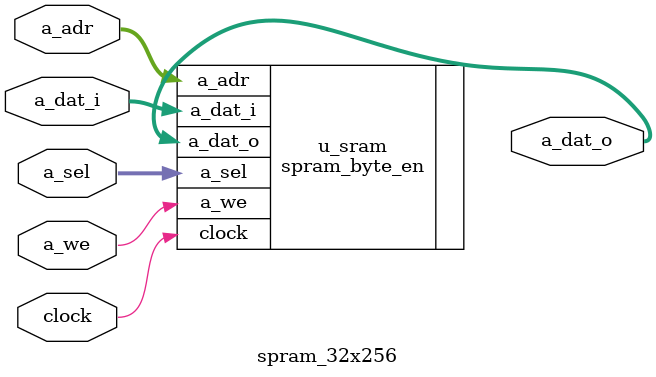
<source format=sv>
/****************************************************************************
 * spram_32x256.sv
 ****************************************************************************/

/**
 * Module: spram_32x256
 * 
 * TODO: Add module documentation
 */
module spram_32x256(
		input				clock,
		input  [8-1:0]		a_adr,
		input  [32-1:0]		a_dat_i,
		output [32-1:0]		a_dat_o,
		input				a_we,
		input  [32/8-1:0]	a_sel);

	spram_byte_en #(
			.ADDR_BITS(8),
			.DATA_BITS(32)
			) u_sram (
			.clock(clock),
			.a_adr(a_adr),
			.a_dat_i(a_dat_i),
			.a_dat_o(a_dat_o),
			.a_we(a_we),
			.a_sel(a_sel));

endmodule



</source>
